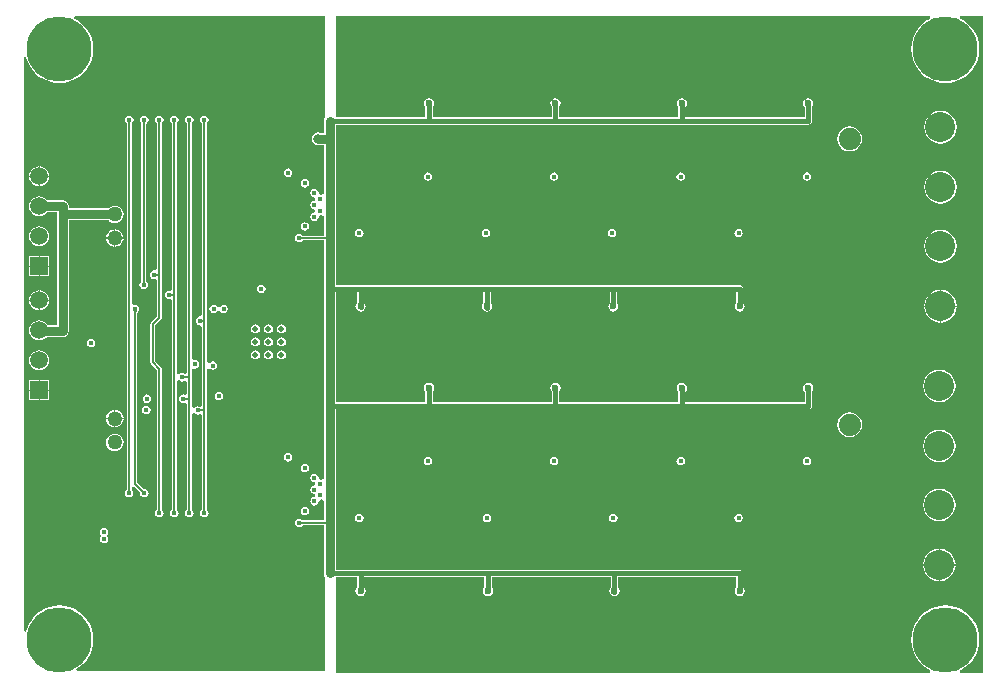
<source format=gbl>
G04*
G04 #@! TF.GenerationSoftware,Altium Limited,Altium Designer,20.0.9 (164)*
G04*
G04 Layer_Physical_Order=4*
G04 Layer_Color=16711680*
%FSLAX25Y25*%
%MOIN*%
G70*
G01*
G75*
%ADD10C,0.00787*%
%ADD63C,0.01575*%
%ADD64C,0.05000*%
%ADD65C,0.10000*%
%ADD66C,0.05906*%
%ADD67R,0.05906X0.05906*%
%ADD68C,0.07400*%
%ADD69C,0.01772*%
%ADD70C,0.21654*%
%ADD71C,0.03150*%
%ADD72C,0.02362*%
%ADD73C,0.01968*%
%ADD74C,0.02598*%
%ADD75C,0.03150*%
G36*
X438976Y453560D02*
X438691Y453133D01*
X438538Y452362D01*
Y448470D01*
X437127D01*
X436614Y448572D01*
X435805Y448411D01*
X435118Y447953D01*
X434660Y447266D01*
X434499Y446457D01*
X434660Y445647D01*
X435118Y444961D01*
X435805Y444502D01*
X436614Y444341D01*
X437127Y444443D01*
X438538D01*
Y428232D01*
X438340Y428050D01*
X437750Y427722D01*
X437402Y427791D01*
X436846Y428346D01*
X436738Y428887D01*
X436432Y429346D01*
X435974Y429652D01*
X435433Y429759D01*
X434892Y429652D01*
X434434Y429346D01*
X434128Y428887D01*
X434020Y428346D01*
X434128Y427806D01*
X434434Y427347D01*
X434892Y427041D01*
X435433Y426933D01*
X435595Y426772D01*
X435595Y425984D01*
X435433Y425822D01*
X434892Y425715D01*
X434434Y425409D01*
X434128Y424950D01*
X434020Y424409D01*
X434128Y423869D01*
X434434Y423410D01*
X434892Y423104D01*
X435433Y422997D01*
X435595Y422835D01*
X435595Y422047D01*
X435433Y421885D01*
X434892Y421778D01*
X434434Y421472D01*
X434128Y421013D01*
X434020Y420472D01*
X434128Y419932D01*
X434434Y419473D01*
X434892Y419167D01*
X435433Y419060D01*
X435974Y419167D01*
X436432Y419473D01*
X436738Y419932D01*
X436846Y420472D01*
X437402Y421028D01*
X437750Y421097D01*
X438340Y420768D01*
X438538Y420586D01*
Y414195D01*
X431441D01*
X431314Y414385D01*
X430856Y414691D01*
X430315Y414799D01*
X429774Y414691D01*
X429316Y414385D01*
X429010Y413927D01*
X428902Y413386D01*
X429010Y412845D01*
X429316Y412387D01*
X429774Y412080D01*
X430315Y411973D01*
X430856Y412080D01*
X431314Y412387D01*
X431441Y412577D01*
X438538D01*
Y396457D01*
Y357480D01*
Y333351D01*
X438340Y333169D01*
X437750Y332840D01*
X437402Y332909D01*
X436846Y333465D01*
X436738Y334005D01*
X436432Y334464D01*
X435974Y334770D01*
X435433Y334878D01*
X434892Y334770D01*
X434434Y334464D01*
X434128Y334005D01*
X434020Y333465D01*
X434128Y332924D01*
X434434Y332466D01*
X434892Y332159D01*
X435433Y332052D01*
X435595Y331890D01*
X435595Y331102D01*
X435433Y330941D01*
X434892Y330833D01*
X434434Y330527D01*
X434128Y330068D01*
X434020Y329528D01*
X434128Y328987D01*
X434434Y328528D01*
X434892Y328222D01*
X435433Y328115D01*
X435595Y327953D01*
X435595Y327165D01*
X435433Y327004D01*
X434892Y326896D01*
X434434Y326590D01*
X434128Y326131D01*
X434020Y325591D01*
X434128Y325050D01*
X434434Y324591D01*
X434892Y324285D01*
X435433Y324178D01*
X435974Y324285D01*
X436432Y324591D01*
X436738Y325050D01*
X436846Y325590D01*
X437402Y326146D01*
X437750Y326216D01*
X438340Y325887D01*
X438538Y325705D01*
Y319313D01*
X431441D01*
X431314Y319503D01*
X430856Y319809D01*
X430315Y319917D01*
X429774Y319809D01*
X429316Y319503D01*
X429010Y319045D01*
X428902Y318504D01*
X429010Y317963D01*
X429316Y317505D01*
X429774Y317198D01*
X430315Y317091D01*
X430856Y317198D01*
X431314Y317505D01*
X431441Y317695D01*
X438538D01*
Y301575D01*
X438691Y300804D01*
X438976Y300377D01*
Y268898D01*
X356232D01*
X356010Y269685D01*
X357072Y270336D01*
X358428Y271494D01*
X359586Y272849D01*
X360517Y274369D01*
X361199Y276017D01*
X361616Y277750D01*
X361755Y279528D01*
X361616Y281305D01*
X361199Y283038D01*
X360517Y284686D01*
X359586Y286206D01*
X358428Y287562D01*
X357072Y288719D01*
X355552Y289651D01*
X353905Y290333D01*
X352171Y290750D01*
X350394Y290889D01*
X348616Y290750D01*
X346883Y290333D01*
X345236Y289651D01*
X343715Y288719D01*
X342360Y287562D01*
X341202Y286206D01*
X340270Y284686D01*
X339588Y283038D01*
X339386Y282195D01*
X338598Y282288D01*
X338598Y473618D01*
X339385Y473711D01*
X339588Y472867D01*
X340270Y471220D01*
X341202Y469700D01*
X342360Y468344D01*
X343715Y467186D01*
X345236Y466255D01*
X346883Y465572D01*
X348616Y465156D01*
X350394Y465016D01*
X352171Y465156D01*
X353905Y465572D01*
X355552Y466255D01*
X357072Y467186D01*
X358428Y468344D01*
X359586Y469700D01*
X360517Y471220D01*
X361199Y472867D01*
X361616Y474601D01*
X361755Y476378D01*
X361616Y478155D01*
X361199Y479889D01*
X360517Y481536D01*
X359586Y483056D01*
X358428Y484412D01*
X357072Y485570D01*
X355552Y486501D01*
X355317Y486599D01*
X355473Y487386D01*
X438976D01*
Y453560D01*
D02*
G37*
G36*
X658252Y268519D02*
X650749D01*
X650592Y269307D01*
X650827Y269404D01*
X652348Y270336D01*
X653703Y271494D01*
X654861Y272849D01*
X655793Y274369D01*
X656475Y276017D01*
X656891Y277750D01*
X657031Y279528D01*
X656891Y281305D01*
X656475Y283038D01*
X655793Y284686D01*
X654861Y286206D01*
X653703Y287562D01*
X652348Y288719D01*
X650827Y289651D01*
X649180Y290333D01*
X647447Y290750D01*
X645669Y290889D01*
X643892Y290750D01*
X642158Y290333D01*
X640511Y289651D01*
X638991Y288719D01*
X637635Y287562D01*
X636477Y286206D01*
X635546Y284686D01*
X634864Y283038D01*
X634447Y281305D01*
X634307Y279528D01*
X634447Y277750D01*
X634864Y276017D01*
X635546Y274369D01*
X636477Y272849D01*
X637635Y271494D01*
X638991Y270336D01*
X640511Y269404D01*
X640746Y269307D01*
X640590Y268519D01*
X442520D01*
X442520Y300364D01*
X449577D01*
Y296882D01*
X449575Y296881D01*
X449204Y296325D01*
X449073Y295669D01*
X449204Y295013D01*
X449575Y294457D01*
X450132Y294086D01*
X450787Y293955D01*
X451443Y294086D01*
X451999Y294457D01*
X452371Y295013D01*
X452501Y295669D01*
X452371Y296325D01*
X451999Y296881D01*
X451998Y296882D01*
Y300364D01*
X492096D01*
Y296882D01*
X492095Y296881D01*
X491723Y296325D01*
X491593Y295669D01*
X491723Y295013D01*
X492095Y294457D01*
X492651Y294086D01*
X493307Y293955D01*
X493963Y294086D01*
X494519Y294457D01*
X494891Y295013D01*
X495021Y295669D01*
X494891Y296325D01*
X494519Y296881D01*
X494518Y296882D01*
Y300364D01*
X534222D01*
Y296882D01*
X534221Y296881D01*
X533849Y296325D01*
X533719Y295669D01*
X533849Y295013D01*
X534221Y294457D01*
X534777Y294086D01*
X535433Y293955D01*
X536089Y294086D01*
X536645Y294457D01*
X537017Y295013D01*
X537147Y295669D01*
X537017Y296325D01*
X536645Y296881D01*
X536644Y296882D01*
Y300364D01*
X575955Y300364D01*
Y296882D01*
X575953Y296881D01*
X575582Y296325D01*
X575451Y295669D01*
X575582Y295013D01*
X575953Y294457D01*
X576509Y294086D01*
X577165Y293955D01*
X577821Y294086D01*
X578377Y294457D01*
X578749Y295013D01*
X578879Y295669D01*
X578749Y296325D01*
X578377Y296881D01*
X578376Y296882D01*
Y301575D01*
X578284Y302038D01*
X578021Y302431D01*
X577629Y302693D01*
X577165Y302785D01*
X536614Y302785D01*
X535433D01*
X535433Y302785D01*
X535433Y302785D01*
X442565D01*
Y318110D01*
X442525Y318307D01*
X442565Y318504D01*
Y356270D01*
X600000D01*
X600463Y356362D01*
X600856Y356624D01*
X601119Y357017D01*
X601211Y357480D01*
Y362173D01*
X601212Y362174D01*
X601584Y362730D01*
X601714Y363386D01*
X601584Y364042D01*
X601212Y364598D01*
X600656Y364969D01*
X600000Y365100D01*
X599344Y364969D01*
X598788Y364598D01*
X598416Y364042D01*
X598286Y363386D01*
X598416Y362730D01*
X598788Y362174D01*
X598789Y362173D01*
Y358691D01*
X559085D01*
Y362173D01*
X559086Y362174D01*
X559458Y362730D01*
X559588Y363386D01*
X559458Y364042D01*
X559086Y364598D01*
X558530Y364969D01*
X557874Y365100D01*
X557218Y364969D01*
X556662Y364598D01*
X556290Y364042D01*
X556160Y363386D01*
X556290Y362730D01*
X556662Y362174D01*
X556663Y362173D01*
Y358691D01*
X516959D01*
Y362173D01*
X516960Y362174D01*
X517332Y362730D01*
X517462Y363386D01*
X517332Y364042D01*
X516960Y364598D01*
X516404Y364969D01*
X515748Y365100D01*
X515092Y364969D01*
X514536Y364598D01*
X514164Y364042D01*
X514034Y363386D01*
X514164Y362730D01*
X514536Y362174D01*
X514537Y362173D01*
Y358691D01*
X474833D01*
Y362173D01*
X474834Y362174D01*
X475206Y362730D01*
X475336Y363386D01*
X475206Y364042D01*
X474834Y364598D01*
X474278Y364969D01*
X473622Y365100D01*
X472966Y364969D01*
X472410Y364598D01*
X472039Y364042D01*
X471908Y363386D01*
X472039Y362730D01*
X472410Y362174D01*
X472411Y362173D01*
Y358691D01*
X442565D01*
Y395246D01*
X449577D01*
Y391764D01*
X449575Y391763D01*
X449204Y391207D01*
X449073Y390551D01*
X449204Y389895D01*
X449575Y389339D01*
X450132Y388968D01*
X450787Y388837D01*
X451443Y388968D01*
X451999Y389339D01*
X452371Y389895D01*
X452501Y390551D01*
X452371Y391207D01*
X451999Y391763D01*
X451998Y391764D01*
Y395246D01*
X491703D01*
Y391764D01*
X491701Y391763D01*
X491330Y391207D01*
X491199Y390551D01*
X491330Y389895D01*
X491701Y389339D01*
X492257Y388968D01*
X492913Y388837D01*
X493569Y388968D01*
X494125Y389339D01*
X494497Y389895D01*
X494627Y390551D01*
X494497Y391207D01*
X494125Y391763D01*
X494124Y391764D01*
Y395246D01*
X533829D01*
Y391764D01*
X533827Y391763D01*
X533456Y391207D01*
X533325Y390551D01*
X533456Y389895D01*
X533827Y389339D01*
X534383Y388968D01*
X535039Y388837D01*
X535695Y388968D01*
X536251Y389339D01*
X536623Y389895D01*
X536753Y390551D01*
X536623Y391207D01*
X536251Y391763D01*
X536250Y391764D01*
Y395246D01*
X536614D01*
X575955Y395246D01*
Y391764D01*
X575953Y391763D01*
X575582Y391207D01*
X575451Y390551D01*
X575582Y389895D01*
X575953Y389339D01*
X576509Y388968D01*
X577165Y388837D01*
X577821Y388968D01*
X578377Y389339D01*
X578749Y389895D01*
X578879Y390551D01*
X578749Y391207D01*
X578377Y391763D01*
X578376Y391764D01*
Y396457D01*
X578284Y396920D01*
X578021Y397313D01*
X577629Y397575D01*
X577165Y397667D01*
X536614Y397667D01*
X535039D01*
X535039Y397667D01*
X535039Y397667D01*
X442565D01*
Y413386D01*
Y446457D01*
Y451152D01*
X600000D01*
X600463Y451244D01*
X600856Y451506D01*
X601119Y451899D01*
X601211Y452362D01*
Y457055D01*
X601212Y457056D01*
X601584Y457612D01*
X601714Y458268D01*
X601584Y458924D01*
X601212Y459480D01*
X600656Y459851D01*
X600000Y459982D01*
X599344Y459851D01*
X598788Y459480D01*
X598416Y458924D01*
X598286Y458268D01*
X598416Y457612D01*
X598788Y457056D01*
X598789Y457055D01*
Y453573D01*
X559085D01*
Y457055D01*
X559086Y457056D01*
X559458Y457612D01*
X559588Y458268D01*
X559458Y458924D01*
X559086Y459480D01*
X558530Y459851D01*
X557874Y459982D01*
X557218Y459851D01*
X556662Y459480D01*
X556290Y458924D01*
X556160Y458268D01*
X556290Y457612D01*
X556662Y457056D01*
X556663Y457055D01*
Y453573D01*
X516959D01*
Y457055D01*
X516960Y457056D01*
X517332Y457612D01*
X517462Y458268D01*
X517332Y458924D01*
X516960Y459480D01*
X516404Y459851D01*
X515748Y459982D01*
X515092Y459851D01*
X514536Y459480D01*
X514164Y458924D01*
X514034Y458268D01*
X514164Y457612D01*
X514536Y457056D01*
X514537Y457055D01*
Y453573D01*
X474833D01*
Y457055D01*
X474834Y457056D01*
X475206Y457612D01*
X475336Y458268D01*
X475206Y458924D01*
X474834Y459480D01*
X474278Y459851D01*
X473622Y459982D01*
X472966Y459851D01*
X472410Y459480D01*
X472039Y458924D01*
X471908Y458268D01*
X472039Y457612D01*
X472410Y457056D01*
X472411Y457055D01*
Y453573D01*
X442520D01*
X442520Y487386D01*
X640590D01*
X640746Y486599D01*
X640511Y486501D01*
X638991Y485570D01*
X637635Y484412D01*
X636477Y483056D01*
X635546Y481536D01*
X634864Y479889D01*
X634447Y478155D01*
X634307Y476378D01*
X634447Y474601D01*
X634864Y472867D01*
X635546Y471220D01*
X636477Y469700D01*
X637635Y468344D01*
X638991Y467186D01*
X640511Y466255D01*
X642158Y465572D01*
X643892Y465156D01*
X645669Y465016D01*
X647447Y465156D01*
X649180Y465572D01*
X650827Y466255D01*
X652348Y467186D01*
X653703Y468344D01*
X654861Y469700D01*
X655793Y471220D01*
X656475Y472867D01*
X656891Y474601D01*
X657031Y476378D01*
X656891Y478155D01*
X656475Y479889D01*
X655793Y481536D01*
X654861Y483056D01*
X653703Y484412D01*
X652348Y485570D01*
X650827Y486501D01*
X650592Y486599D01*
X650749Y487386D01*
X658252D01*
Y268519D01*
D02*
G37*
%LPC*%
G36*
X343901Y437292D02*
Y434137D01*
X347056D01*
X346967Y434812D01*
X346629Y435628D01*
X346092Y436328D01*
X345392Y436866D01*
X344576Y437204D01*
X343901Y437292D01*
D02*
G37*
G36*
X343501D02*
X342826Y437204D01*
X342010Y436866D01*
X341310Y436328D01*
X340772Y435628D01*
X340434Y434812D01*
X340345Y434137D01*
X343501D01*
Y437292D01*
D02*
G37*
G36*
X426673Y436551D02*
X426132Y436443D01*
X425674Y436137D01*
X425368Y435678D01*
X425260Y435138D01*
X425368Y434597D01*
X425674Y434139D01*
X426132Y433832D01*
X426673Y433725D01*
X427214Y433832D01*
X427672Y434139D01*
X427979Y434597D01*
X428086Y435138D01*
X427979Y435678D01*
X427672Y436137D01*
X427214Y436443D01*
X426673Y436551D01*
D02*
G37*
G36*
X347056Y433737D02*
X343901D01*
Y430582D01*
X344576Y430671D01*
X345392Y431008D01*
X346092Y431546D01*
X346629Y432246D01*
X346967Y433062D01*
X347056Y433737D01*
D02*
G37*
G36*
X343501D02*
X340345D01*
X340434Y433062D01*
X340772Y432246D01*
X341310Y431546D01*
X342010Y431008D01*
X342826Y430671D01*
X343501Y430582D01*
Y433737D01*
D02*
G37*
G36*
X432185Y433007D02*
X431644Y432900D01*
X431186Y432594D01*
X430880Y432135D01*
X430772Y431595D01*
X430880Y431054D01*
X431186Y430595D01*
X431644Y430289D01*
X432185Y430182D01*
X432726Y430289D01*
X433184Y430595D01*
X433490Y431054D01*
X433598Y431595D01*
X433490Y432135D01*
X433184Y432594D01*
X432726Y432900D01*
X432185Y433007D01*
D02*
G37*
G36*
X343701Y427319D02*
X342826Y427204D01*
X342010Y426866D01*
X341310Y426328D01*
X340772Y425628D01*
X340434Y424812D01*
X340319Y423937D01*
X340434Y423062D01*
X340772Y422246D01*
X341310Y421546D01*
X342010Y421008D01*
X342826Y420671D01*
X343701Y420555D01*
X344576Y420671D01*
X345392Y421008D01*
X346092Y421546D01*
X346382Y421923D01*
X349561D01*
Y421260D01*
Y384297D01*
X346623D01*
X346092Y384990D01*
X345392Y385527D01*
X344576Y385865D01*
X343701Y385980D01*
X342826Y385865D01*
X342010Y385527D01*
X341310Y384990D01*
X340772Y384289D01*
X340434Y383474D01*
X340319Y382598D01*
X340434Y381723D01*
X340772Y380908D01*
X341310Y380207D01*
X342010Y379670D01*
X342826Y379332D01*
X343701Y379217D01*
X344576Y379332D01*
X345392Y379670D01*
X346092Y380207D01*
X346140Y380270D01*
X351575D01*
X352345Y380423D01*
X352998Y380860D01*
X353435Y381513D01*
X353588Y382283D01*
Y419246D01*
X366787D01*
X366829Y419192D01*
X367435Y418727D01*
X368141Y418434D01*
X368898Y418335D01*
X369655Y418434D01*
X370360Y418727D01*
X370966Y419192D01*
X371431Y419797D01*
X371723Y420503D01*
X371823Y421260D01*
X371723Y422017D01*
X371431Y422722D01*
X370966Y423328D01*
X370360Y423793D01*
X369655Y424085D01*
X368898Y424185D01*
X368141Y424085D01*
X367435Y423793D01*
X366829Y423328D01*
X366787Y423273D01*
X353588D01*
Y423937D01*
X353435Y424708D01*
X352998Y425361D01*
X352345Y425797D01*
X351575Y425950D01*
X346382D01*
X346092Y426328D01*
X345392Y426866D01*
X344576Y427204D01*
X343701Y427319D01*
D02*
G37*
G36*
X432185Y418637D02*
X431644Y418530D01*
X431186Y418223D01*
X430880Y417765D01*
X430772Y417224D01*
X430880Y416684D01*
X431186Y416225D01*
X431644Y415919D01*
X432185Y415811D01*
X432726Y415919D01*
X433184Y416225D01*
X433490Y416684D01*
X433598Y417224D01*
X433490Y417765D01*
X433184Y418223D01*
X432726Y418530D01*
X432185Y418637D01*
D02*
G37*
G36*
X369098Y416285D02*
Y413586D01*
X371796D01*
X371723Y414143D01*
X371431Y414848D01*
X370966Y415454D01*
X370360Y415919D01*
X369655Y416211D01*
X369098Y416285D01*
D02*
G37*
G36*
X368698D02*
X368141Y416211D01*
X367435Y415919D01*
X366829Y415454D01*
X366365Y414848D01*
X366072Y414143D01*
X365999Y413586D01*
X368698D01*
Y416285D01*
D02*
G37*
G36*
X343701Y417319D02*
X342826Y417204D01*
X342010Y416866D01*
X341310Y416328D01*
X340772Y415628D01*
X340434Y414812D01*
X340319Y413937D01*
X340434Y413062D01*
X340772Y412246D01*
X341310Y411546D01*
X342010Y411008D01*
X342826Y410671D01*
X343701Y410555D01*
X344576Y410671D01*
X345392Y411008D01*
X346092Y411546D01*
X346629Y412246D01*
X346967Y413062D01*
X347082Y413937D01*
X346967Y414812D01*
X346629Y415628D01*
X346092Y416328D01*
X345392Y416866D01*
X344576Y417204D01*
X343701Y417319D01*
D02*
G37*
G36*
X371796Y413186D02*
X369098D01*
Y410487D01*
X369655Y410561D01*
X370360Y410853D01*
X370966Y411317D01*
X371431Y411923D01*
X371723Y412629D01*
X371796Y413186D01*
D02*
G37*
G36*
X368698D02*
X365999D01*
X366072Y412629D01*
X366365Y411923D01*
X366829Y411317D01*
X367435Y410853D01*
X368141Y410561D01*
X368698Y410487D01*
Y413186D01*
D02*
G37*
G36*
X347054Y407290D02*
X343901D01*
Y404137D01*
X347054D01*
Y407290D01*
D02*
G37*
G36*
X343501D02*
X340348D01*
Y404137D01*
X343501D01*
Y407290D01*
D02*
G37*
G36*
X383720Y454208D02*
X383180Y454101D01*
X382721Y453794D01*
X382415Y453336D01*
X382308Y452795D01*
X382415Y452255D01*
X382721Y451796D01*
X382911Y451669D01*
Y403112D01*
X382805Y402974D01*
X382124Y402548D01*
X381890Y402594D01*
X381349Y402487D01*
X380891Y402180D01*
X380584Y401722D01*
X380477Y401181D01*
X380584Y400640D01*
X380891Y400182D01*
X381349Y399876D01*
X381890Y399768D01*
X382124Y399815D01*
X382805Y399389D01*
X382911Y399250D01*
Y387205D01*
X380995Y385289D01*
X380819Y385026D01*
X380758Y384717D01*
X380758Y384717D01*
Y371976D01*
X380758Y371976D01*
X380819Y371667D01*
X380995Y371404D01*
X382911Y369488D01*
Y322779D01*
X382721Y322653D01*
X382415Y322194D01*
X382308Y321654D01*
X382415Y321113D01*
X382721Y320654D01*
X383180Y320348D01*
X383720Y320241D01*
X384261Y320348D01*
X384720Y320654D01*
X385026Y321113D01*
X385133Y321654D01*
X385026Y322194D01*
X384720Y322653D01*
X384530Y322779D01*
Y369823D01*
X384468Y370132D01*
X384293Y370395D01*
X384293Y370395D01*
X382376Y372312D01*
Y384381D01*
X384293Y386298D01*
X384293Y386298D01*
X384468Y386560D01*
X384530Y386870D01*
Y401181D01*
Y451669D01*
X384720Y451796D01*
X385026Y452255D01*
X385133Y452795D01*
X385026Y453336D01*
X384720Y453794D01*
X384261Y454101D01*
X383720Y454208D01*
D02*
G37*
G36*
X347054Y403737D02*
X343901D01*
Y400584D01*
X347054D01*
Y403737D01*
D02*
G37*
G36*
X343501D02*
X340348D01*
Y400584D01*
X343501D01*
Y403737D01*
D02*
G37*
G36*
X378720Y454208D02*
X378180Y454101D01*
X377721Y453794D01*
X377415Y453336D01*
X377308Y452795D01*
X377415Y452255D01*
X377721Y451796D01*
X377724Y451794D01*
Y398943D01*
X377511Y398801D01*
X377205Y398342D01*
X377097Y397801D01*
X377205Y397261D01*
X377511Y396802D01*
X377969Y396496D01*
X378510Y396389D01*
X379051Y396496D01*
X379509Y396802D01*
X379816Y397261D01*
X379923Y397801D01*
X379816Y398342D01*
X379509Y398801D01*
X379343Y398912D01*
Y451544D01*
X379720Y451796D01*
X380026Y452255D01*
X380133Y452795D01*
X380026Y453336D01*
X379720Y453794D01*
X379261Y454101D01*
X378720Y454208D01*
D02*
G37*
G36*
X417717Y397870D02*
X417176Y397762D01*
X416717Y397456D01*
X416411Y396997D01*
X416304Y396457D01*
X416411Y395916D01*
X416717Y395458D01*
X417176Y395151D01*
X417717Y395044D01*
X418257Y395151D01*
X418716Y395458D01*
X419022Y395916D01*
X419130Y396457D01*
X419022Y396997D01*
X418716Y397456D01*
X418257Y397762D01*
X417717Y397870D01*
D02*
G37*
G36*
X343901Y395954D02*
Y392798D01*
X347056D01*
X346967Y393474D01*
X346629Y394289D01*
X346092Y394990D01*
X345392Y395527D01*
X344576Y395865D01*
X343901Y395954D01*
D02*
G37*
G36*
X343501D02*
X342826Y395865D01*
X342010Y395527D01*
X341310Y394990D01*
X340772Y394289D01*
X340434Y393474D01*
X340345Y392798D01*
X343501D01*
Y395954D01*
D02*
G37*
G36*
X405118Y391177D02*
X404577Y391069D01*
X404119Y390763D01*
X403867Y390386D01*
X403460Y390339D01*
X403025Y390381D01*
X402776Y390753D01*
X402318Y391060D01*
X401777Y391167D01*
X401236Y391060D01*
X400778Y390753D01*
X400472Y390295D01*
X400364Y389754D01*
X400472Y389213D01*
X400778Y388755D01*
X401236Y388449D01*
X401777Y388341D01*
X402318Y388449D01*
X402776Y388755D01*
X403028Y389132D01*
X403435Y389179D01*
X403870Y389137D01*
X404119Y388765D01*
X404577Y388458D01*
X405118Y388351D01*
X405659Y388458D01*
X406117Y388765D01*
X406424Y389223D01*
X406531Y389764D01*
X406424Y390304D01*
X406117Y390763D01*
X405659Y391069D01*
X405118Y391177D01*
D02*
G37*
G36*
X347056Y392398D02*
X343901D01*
Y389243D01*
X344576Y389332D01*
X345392Y389670D01*
X346092Y390207D01*
X346629Y390908D01*
X346967Y391723D01*
X347056Y392398D01*
D02*
G37*
G36*
X343501D02*
X340345D01*
X340434Y391723D01*
X340772Y390908D01*
X341310Y390207D01*
X342010Y389670D01*
X342826Y389332D01*
X343501Y389243D01*
Y392398D01*
D02*
G37*
G36*
X424409Y384584D02*
X423830Y384469D01*
X423339Y384141D01*
X423011Y383650D01*
X422896Y383071D01*
X423011Y382492D01*
X423339Y382001D01*
X423830Y381673D01*
X424409Y381557D01*
X424989Y381673D01*
X425480Y382001D01*
X425808Y382492D01*
X425923Y383071D01*
X425808Y383650D01*
X425480Y384141D01*
X424989Y384469D01*
X424409Y384584D01*
D02*
G37*
G36*
X415748D02*
X415169Y384469D01*
X414678Y384141D01*
X414350Y383650D01*
X414235Y383071D01*
X414350Y382492D01*
X414678Y382001D01*
X415169Y381673D01*
X415748Y381557D01*
X416327Y381673D01*
X416818Y382001D01*
X417146Y382492D01*
X417261Y383071D01*
X417146Y383650D01*
X416818Y384141D01*
X416327Y384469D01*
X415748Y384584D01*
D02*
G37*
G36*
X420079Y384584D02*
X419500Y384469D01*
X419009Y384141D01*
X418681Y383650D01*
X418565Y383071D01*
X418681Y382492D01*
X419009Y382001D01*
X419500Y381673D01*
X420079Y381557D01*
X420658Y381673D01*
X421149Y382001D01*
X421477Y382492D01*
X421592Y383071D01*
X421477Y383650D01*
X421149Y384141D01*
X420658Y384469D01*
X420079Y384584D01*
D02*
G37*
G36*
X415748Y380254D02*
X415169Y380138D01*
X414678Y379810D01*
X414350Y379319D01*
X414235Y378740D01*
X414350Y378161D01*
X414678Y377670D01*
X415169Y377342D01*
X415748Y377227D01*
X416327Y377342D01*
X416818Y377670D01*
X417146Y378161D01*
X417261Y378740D01*
X417146Y379319D01*
X416818Y379810D01*
X416327Y380138D01*
X415748Y380254D01*
D02*
G37*
G36*
X424409Y380254D02*
X423830Y380138D01*
X423339Y379810D01*
X423011Y379319D01*
X422896Y378740D01*
X423011Y378161D01*
X423339Y377670D01*
X423830Y377342D01*
X424409Y377227D01*
X424989Y377342D01*
X425480Y377670D01*
X425808Y378161D01*
X425923Y378740D01*
X425808Y379319D01*
X425480Y379810D01*
X424989Y380138D01*
X424409Y380254D01*
D02*
G37*
G36*
X420079D02*
X419500Y380138D01*
X419009Y379810D01*
X418681Y379319D01*
X418565Y378740D01*
X418681Y378161D01*
X419009Y377670D01*
X419500Y377342D01*
X420079Y377227D01*
X420658Y377342D01*
X421149Y377670D01*
X421477Y378161D01*
X421592Y378740D01*
X421477Y379319D01*
X421149Y379810D01*
X420658Y380138D01*
X420079Y380254D01*
D02*
G37*
G36*
X361024Y379759D02*
X360483Y379652D01*
X360024Y379346D01*
X359718Y378887D01*
X359611Y378346D01*
X359718Y377806D01*
X360024Y377347D01*
X360483Y377041D01*
X361024Y376934D01*
X361564Y377041D01*
X362023Y377347D01*
X362329Y377806D01*
X362437Y378346D01*
X362329Y378887D01*
X362023Y379346D01*
X361564Y379652D01*
X361024Y379759D01*
D02*
G37*
G36*
X420079Y375923D02*
X419500Y375808D01*
X419009Y375480D01*
X418681Y374989D01*
X418565Y374410D01*
X418681Y373830D01*
X419009Y373339D01*
X419500Y373011D01*
X420079Y372896D01*
X420658Y373011D01*
X421149Y373339D01*
X421477Y373830D01*
X421592Y374410D01*
X421477Y374989D01*
X421149Y375480D01*
X420658Y375808D01*
X420079Y375923D01*
D02*
G37*
G36*
X424409Y375923D02*
X423830Y375808D01*
X423339Y375480D01*
X423011Y374989D01*
X422896Y374410D01*
X423011Y373830D01*
X423339Y373339D01*
X423830Y373011D01*
X424409Y372896D01*
X424989Y373011D01*
X425480Y373339D01*
X425808Y373830D01*
X425923Y374410D01*
X425808Y374989D01*
X425480Y375480D01*
X424989Y375808D01*
X424409Y375923D01*
D02*
G37*
G36*
X415748D02*
X415169Y375808D01*
X414678Y375480D01*
X414350Y374989D01*
X414235Y374410D01*
X414350Y373830D01*
X414678Y373339D01*
X415169Y373011D01*
X415748Y372896D01*
X416327Y373011D01*
X416818Y373339D01*
X417146Y373830D01*
X417261Y374410D01*
X417146Y374989D01*
X416818Y375480D01*
X416327Y375808D01*
X415748Y375923D01*
D02*
G37*
G36*
X398721Y454208D02*
X398180Y454101D01*
X397721Y453794D01*
X397415Y453336D01*
X397307Y452795D01*
X397415Y452255D01*
X397721Y451796D01*
X397911Y451669D01*
Y387910D01*
X397244Y387240D01*
X396703Y387132D01*
X396245Y386826D01*
X395939Y386368D01*
X395831Y385827D01*
X395939Y385286D01*
X396245Y384828D01*
X396703Y384521D01*
X397244Y384414D01*
X397911Y383744D01*
Y357533D01*
X397124Y357126D01*
X396997Y357211D01*
X396457Y357318D01*
X395916Y357211D01*
X395458Y356905D01*
X395317Y356694D01*
X394530Y356933D01*
Y359842D01*
Y366929D01*
Y369408D01*
X394731Y369591D01*
X395317Y369917D01*
X395669Y369847D01*
X396210Y369954D01*
X396668Y370261D01*
X396975Y370719D01*
X397082Y371260D01*
X396975Y371801D01*
X396668Y372259D01*
X396210Y372565D01*
X395669Y372673D01*
X395317Y372603D01*
X394731Y372928D01*
X394530Y373112D01*
Y451669D01*
X394720Y451796D01*
X395026Y452255D01*
X395133Y452795D01*
X395026Y453336D01*
X394720Y453794D01*
X394261Y454101D01*
X393721Y454208D01*
X393180Y454101D01*
X392721Y453794D01*
X392415Y453336D01*
X392307Y452795D01*
X392415Y452255D01*
X392721Y451796D01*
X392911Y451669D01*
Y368420D01*
X392824Y368345D01*
X392124Y368071D01*
X391879Y368234D01*
X391339Y368342D01*
X390798Y368234D01*
X390339Y367928D01*
X390317Y367895D01*
X389530Y368134D01*
Y394488D01*
Y451669D01*
X389720Y451796D01*
X390026Y452255D01*
X390133Y452795D01*
X390026Y453336D01*
X389720Y453794D01*
X389261Y454101D01*
X388720Y454208D01*
X388180Y454101D01*
X387721Y453794D01*
X387415Y453336D01*
X387308Y452795D01*
X387415Y452255D01*
X387721Y451796D01*
X387911Y451669D01*
Y396426D01*
X387124Y395878D01*
X387008Y395901D01*
X386467Y395794D01*
X386009Y395487D01*
X385702Y395029D01*
X385595Y394488D01*
X385702Y393948D01*
X386009Y393489D01*
X386467Y393183D01*
X387008Y393075D01*
X387124Y393098D01*
X387911Y392550D01*
Y322779D01*
X387721Y322653D01*
X387415Y322194D01*
X387308Y321654D01*
X387415Y321113D01*
X387721Y320654D01*
X388180Y320348D01*
X388720Y320241D01*
X389261Y320348D01*
X389720Y320654D01*
X390026Y321113D01*
X390133Y321654D01*
X390026Y322194D01*
X389720Y322653D01*
X389530Y322779D01*
Y365725D01*
X390317Y365963D01*
X390339Y365930D01*
X390798Y365624D01*
X391339Y365516D01*
X391879Y365624D01*
X392124Y365787D01*
X392824Y365513D01*
X392911Y365438D01*
Y361668D01*
X392657Y361461D01*
X392124Y361178D01*
X391732Y361256D01*
X391192Y361148D01*
X390733Y360842D01*
X390427Y360383D01*
X390319Y359842D01*
X390427Y359302D01*
X390733Y358843D01*
X391192Y358537D01*
X391732Y358430D01*
X392124Y358507D01*
X392657Y358224D01*
X392911Y358017D01*
Y322779D01*
X392721Y322653D01*
X392415Y322194D01*
X392307Y321654D01*
X392415Y321113D01*
X392721Y320654D01*
X393180Y320348D01*
X393721Y320241D01*
X394261Y320348D01*
X394720Y320654D01*
X395026Y321113D01*
X395133Y321654D01*
X395026Y322194D01*
X394720Y322653D01*
X394530Y322779D01*
Y354878D01*
X395317Y355117D01*
X395458Y354906D01*
X395916Y354600D01*
X396457Y354492D01*
X396997Y354600D01*
X397124Y354685D01*
X397911Y354279D01*
Y322779D01*
X397721Y322653D01*
X397415Y322194D01*
X397307Y321654D01*
X397415Y321113D01*
X397721Y320654D01*
X398180Y320348D01*
X398721Y320241D01*
X399261Y320348D01*
X399720Y320654D01*
X400026Y321113D01*
X400133Y321654D01*
X400026Y322194D01*
X399720Y322653D01*
X399530Y322779D01*
Y355906D01*
Y369735D01*
X399660Y369828D01*
X400576Y369867D01*
X401034Y369561D01*
X401575Y369453D01*
X402115Y369561D01*
X402574Y369867D01*
X402880Y370325D01*
X402988Y370866D01*
X402880Y371407D01*
X402574Y371865D01*
X402115Y372171D01*
X401575Y372279D01*
X401034Y372171D01*
X400576Y371865D01*
X399660Y371904D01*
X399530Y371998D01*
Y385827D01*
Y451669D01*
X399720Y451796D01*
X400026Y452255D01*
X400133Y452795D01*
X400026Y453336D01*
X399720Y453794D01*
X399261Y454101D01*
X398721Y454208D01*
D02*
G37*
G36*
X343701Y375980D02*
X342826Y375865D01*
X342010Y375527D01*
X341310Y374990D01*
X340772Y374289D01*
X340434Y373474D01*
X340319Y372598D01*
X340434Y371723D01*
X340772Y370908D01*
X341310Y370207D01*
X342010Y369670D01*
X342826Y369332D01*
X343701Y369217D01*
X344576Y369332D01*
X345392Y369670D01*
X346092Y370207D01*
X346629Y370908D01*
X346967Y371723D01*
X347082Y372598D01*
X346967Y373474D01*
X346629Y374289D01*
X346092Y374990D01*
X345392Y375527D01*
X344576Y375865D01*
X343701Y375980D01*
D02*
G37*
G36*
X347054Y365951D02*
X343901D01*
Y362798D01*
X347054D01*
Y365951D01*
D02*
G37*
G36*
X343501D02*
X340348D01*
Y362798D01*
X343501D01*
Y365951D01*
D02*
G37*
G36*
X347054Y362398D02*
X343901D01*
Y359246D01*
X347054D01*
Y362398D01*
D02*
G37*
G36*
X343501D02*
X340348D01*
Y359246D01*
X343501D01*
Y362398D01*
D02*
G37*
G36*
X403543Y362043D02*
X403003Y361935D01*
X402544Y361629D01*
X402238Y361171D01*
X402130Y360630D01*
X402238Y360089D01*
X402544Y359631D01*
X403003Y359325D01*
X403543Y359217D01*
X404084Y359325D01*
X404542Y359631D01*
X404849Y360089D01*
X404956Y360630D01*
X404849Y361171D01*
X404542Y361629D01*
X404084Y361935D01*
X403543Y362043D01*
D02*
G37*
G36*
X379528Y361256D02*
X378987Y361148D01*
X378528Y360842D01*
X378222Y360383D01*
X378115Y359842D01*
X378222Y359302D01*
X378528Y358843D01*
X378987Y358537D01*
X379528Y358430D01*
X380068Y358537D01*
X380527Y358843D01*
X380833Y359302D01*
X380941Y359842D01*
X380833Y360383D01*
X380527Y360842D01*
X380068Y361148D01*
X379528Y361256D01*
D02*
G37*
G36*
X379382Y357474D02*
X378841Y357366D01*
X378383Y357060D01*
X378077Y356602D01*
X377969Y356061D01*
X378077Y355520D01*
X378383Y355062D01*
X378841Y354755D01*
X379382Y354648D01*
X379923Y354755D01*
X380381Y355062D01*
X380687Y355520D01*
X380795Y356061D01*
X380687Y356602D01*
X380381Y357060D01*
X379923Y357366D01*
X379382Y357474D01*
D02*
G37*
G36*
X369098Y356048D02*
Y353350D01*
X371796D01*
X371723Y353907D01*
X371431Y354612D01*
X370966Y355218D01*
X370360Y355683D01*
X369655Y355975D01*
X369098Y356048D01*
D02*
G37*
G36*
X368698D02*
X368141Y355975D01*
X367435Y355683D01*
X366829Y355218D01*
X366365Y354612D01*
X366072Y353907D01*
X365999Y353350D01*
X368698D01*
Y356048D01*
D02*
G37*
G36*
X371796Y352950D02*
X369098D01*
Y350251D01*
X369655Y350324D01*
X370360Y350617D01*
X370966Y351081D01*
X371431Y351687D01*
X371723Y352393D01*
X371796Y352950D01*
D02*
G37*
G36*
X368698D02*
X365999D01*
X366072Y352393D01*
X366365Y351687D01*
X366829Y351081D01*
X367435Y350617D01*
X368141Y350324D01*
X368698Y350251D01*
Y352950D01*
D02*
G37*
G36*
X368898Y348201D02*
X368141Y348101D01*
X367435Y347809D01*
X366829Y347344D01*
X366365Y346738D01*
X366072Y346033D01*
X365973Y345276D01*
X366072Y344518D01*
X366365Y343813D01*
X366829Y343207D01*
X367435Y342742D01*
X368141Y342450D01*
X368898Y342351D01*
X369655Y342450D01*
X370360Y342742D01*
X370966Y343207D01*
X371431Y343813D01*
X371723Y344518D01*
X371823Y345276D01*
X371723Y346033D01*
X371431Y346738D01*
X370966Y347344D01*
X370360Y347809D01*
X369655Y348101D01*
X368898Y348201D01*
D02*
G37*
G36*
X426673Y341669D02*
X426132Y341561D01*
X425674Y341255D01*
X425368Y340797D01*
X425260Y340256D01*
X425368Y339715D01*
X425674Y339257D01*
X426132Y338950D01*
X426673Y338843D01*
X427214Y338950D01*
X427672Y339257D01*
X427979Y339715D01*
X428086Y340256D01*
X427979Y340797D01*
X427672Y341255D01*
X427214Y341561D01*
X426673Y341669D01*
D02*
G37*
G36*
X432185Y338126D02*
X431644Y338018D01*
X431186Y337712D01*
X430880Y337253D01*
X430772Y336713D01*
X430880Y336172D01*
X431186Y335714D01*
X431644Y335407D01*
X432185Y335300D01*
X432726Y335407D01*
X433184Y335714D01*
X433490Y336172D01*
X433598Y336713D01*
X433490Y337253D01*
X433184Y337712D01*
X432726Y338018D01*
X432185Y338126D01*
D02*
G37*
G36*
X373721Y454208D02*
X373180Y454101D01*
X372721Y453794D01*
X372415Y453336D01*
X372307Y452795D01*
X372415Y452255D01*
X372721Y451796D01*
X372862Y451702D01*
Y329486D01*
X372623Y329326D01*
X372317Y328868D01*
X372209Y328327D01*
X372317Y327786D01*
X372623Y327328D01*
X373081Y327021D01*
X373622Y326914D01*
X374163Y327021D01*
X374621Y327328D01*
X374927Y327786D01*
X375035Y328327D01*
X374927Y328868D01*
X374621Y329326D01*
X374481Y329420D01*
Y330328D01*
X375268Y330655D01*
X377372Y328551D01*
X377327Y328327D01*
X377435Y327786D01*
X377741Y327328D01*
X378199Y327021D01*
X378740Y326914D01*
X379281Y327021D01*
X379739Y327328D01*
X380046Y327786D01*
X380153Y328327D01*
X380046Y328868D01*
X379739Y329326D01*
X379281Y329632D01*
X378740Y329740D01*
X378516Y329695D01*
X376400Y331812D01*
Y388516D01*
X376526Y388706D01*
X376530Y388725D01*
X376590Y388765D01*
X376896Y389223D01*
X377004Y389764D01*
X376896Y390304D01*
X376590Y390763D01*
X376131Y391069D01*
X375590Y391177D01*
X375268Y391113D01*
X374651Y391466D01*
X374481Y391636D01*
Y451636D01*
X374720Y451796D01*
X375026Y452255D01*
X375133Y452795D01*
X375026Y453336D01*
X374720Y453794D01*
X374261Y454101D01*
X373721Y454208D01*
D02*
G37*
G36*
X432185Y323756D02*
X431644Y323648D01*
X431186Y323342D01*
X430880Y322883D01*
X430772Y322342D01*
X430880Y321802D01*
X431186Y321343D01*
X431644Y321037D01*
X432185Y320930D01*
X432726Y321037D01*
X433184Y321343D01*
X433490Y321802D01*
X433598Y322342D01*
X433490Y322883D01*
X433184Y323342D01*
X432726Y323648D01*
X432185Y323756D01*
D02*
G37*
G36*
X365354Y316767D02*
X364814Y316660D01*
X364355Y316354D01*
X364049Y315895D01*
X363941Y315354D01*
X364049Y314814D01*
X364355Y314355D01*
Y313991D01*
X364049Y313533D01*
X363941Y312992D01*
X364049Y312451D01*
X364355Y311993D01*
X364814Y311687D01*
X365354Y311579D01*
X365895Y311687D01*
X366354Y311993D01*
X366660Y312451D01*
X366767Y312992D01*
X366660Y313533D01*
X366354Y313991D01*
Y314355D01*
X366660Y314814D01*
X366767Y315354D01*
X366660Y315895D01*
X366354Y316354D01*
X365895Y316660D01*
X365354Y316767D01*
D02*
G37*
G36*
X644095Y455762D02*
X642685Y455576D01*
X641371Y455032D01*
X640243Y454166D01*
X639378Y453038D01*
X638834Y451725D01*
X638648Y450315D01*
X638834Y448905D01*
X639378Y447592D01*
X640243Y446464D01*
X641371Y445598D01*
X642685Y445054D01*
X644095Y444868D01*
X645504Y445054D01*
X646818Y445598D01*
X647946Y446464D01*
X648811Y447592D01*
X649356Y448905D01*
X649541Y450315D01*
X649356Y451725D01*
X648811Y453038D01*
X647946Y454166D01*
X646818Y455032D01*
X645504Y455576D01*
X644095Y455762D01*
D02*
G37*
G36*
X613779Y450592D02*
X612709Y450451D01*
X611712Y450038D01*
X610855Y449381D01*
X610198Y448524D01*
X609785Y447527D01*
X609644Y446457D01*
X609785Y445386D01*
X610198Y444389D01*
X610855Y443533D01*
X611712Y442875D01*
X612709Y442462D01*
X613779Y442321D01*
X614850Y442462D01*
X615847Y442875D01*
X616704Y443533D01*
X617361Y444389D01*
X617774Y445386D01*
X617915Y446457D01*
X617774Y447527D01*
X617361Y448524D01*
X616704Y449381D01*
X615847Y450038D01*
X614850Y450451D01*
X613779Y450592D01*
D02*
G37*
G36*
X473228Y435271D02*
X472688Y435164D01*
X472229Y434857D01*
X471923Y434399D01*
X471815Y433858D01*
X471923Y433318D01*
X472229Y432859D01*
X472688Y432553D01*
X473228Y432445D01*
X473769Y432553D01*
X474228Y432859D01*
X474534Y433318D01*
X474641Y433858D01*
X474534Y434399D01*
X474228Y434857D01*
X473769Y435164D01*
X473228Y435271D01*
D02*
G37*
G36*
X557480Y435271D02*
X556940Y435164D01*
X556481Y434857D01*
X556175Y434399D01*
X556067Y433858D01*
X556175Y433318D01*
X556481Y432859D01*
X556940Y432553D01*
X557480Y432445D01*
X558021Y432553D01*
X558479Y432859D01*
X558786Y433318D01*
X558893Y433858D01*
X558786Y434399D01*
X558479Y434857D01*
X558021Y435164D01*
X557480Y435271D01*
D02*
G37*
G36*
X599606Y435271D02*
X599066Y435164D01*
X598607Y434857D01*
X598301Y434399D01*
X598193Y433858D01*
X598301Y433318D01*
X598607Y432859D01*
X599066Y432553D01*
X599606Y432445D01*
X600147Y432553D01*
X600605Y432859D01*
X600912Y433318D01*
X601019Y433858D01*
X600912Y434399D01*
X600605Y434857D01*
X600147Y435164D01*
X599606Y435271D01*
D02*
G37*
G36*
X515354Y435271D02*
X514814Y435164D01*
X514355Y434857D01*
X514049Y434399D01*
X513941Y433858D01*
X514049Y433318D01*
X514355Y432859D01*
X514814Y432553D01*
X515354Y432445D01*
X515895Y432553D01*
X516353Y432859D01*
X516660Y433318D01*
X516767Y433858D01*
X516660Y434399D01*
X516353Y434857D01*
X515895Y435164D01*
X515354Y435271D01*
D02*
G37*
G36*
X644095Y435762D02*
X642685Y435576D01*
X641371Y435032D01*
X640243Y434166D01*
X639378Y433038D01*
X638834Y431725D01*
X638648Y430315D01*
X638834Y428905D01*
X639378Y427592D01*
X640243Y426464D01*
X641371Y425598D01*
X642685Y425054D01*
X644095Y424868D01*
X645504Y425054D01*
X646818Y425598D01*
X647946Y426464D01*
X648811Y427592D01*
X649356Y428905D01*
X649541Y430315D01*
X649356Y431725D01*
X648811Y433038D01*
X647946Y434166D01*
X646818Y435032D01*
X645504Y435576D01*
X644095Y435762D01*
D02*
G37*
G36*
X576772Y416374D02*
X576231Y416266D01*
X575772Y415960D01*
X575466Y415501D01*
X575359Y414961D01*
X575466Y414420D01*
X575772Y413962D01*
X576231Y413655D01*
X576772Y413548D01*
X577312Y413655D01*
X577771Y413962D01*
X578077Y414420D01*
X578185Y414961D01*
X578077Y415501D01*
X577771Y415960D01*
X577312Y416266D01*
X576772Y416374D01*
D02*
G37*
G36*
X534646D02*
X534105Y416266D01*
X533647Y415960D01*
X533340Y415501D01*
X533233Y414961D01*
X533340Y414420D01*
X533647Y413962D01*
X534105Y413655D01*
X534646Y413548D01*
X535186Y413655D01*
X535645Y413962D01*
X535951Y414420D01*
X536059Y414961D01*
X535951Y415501D01*
X535645Y415960D01*
X535186Y416266D01*
X534646Y416374D01*
D02*
G37*
G36*
X492520D02*
X491979Y416266D01*
X491521Y415960D01*
X491214Y415501D01*
X491107Y414961D01*
X491214Y414420D01*
X491521Y413962D01*
X491979Y413655D01*
X492520Y413548D01*
X493060Y413655D01*
X493519Y413962D01*
X493825Y414420D01*
X493933Y414961D01*
X493825Y415501D01*
X493519Y415960D01*
X493060Y416266D01*
X492520Y416374D01*
D02*
G37*
G36*
X450394Y416374D02*
X449853Y416266D01*
X449395Y415960D01*
X449088Y415501D01*
X448981Y414961D01*
X449088Y414420D01*
X449395Y413962D01*
X449853Y413655D01*
X450394Y413548D01*
X450934Y413655D01*
X451393Y413962D01*
X451699Y414420D01*
X451807Y414961D01*
X451699Y415501D01*
X451393Y415960D01*
X450934Y416266D01*
X450394Y416374D01*
D02*
G37*
G36*
X644095Y416077D02*
X642685Y415891D01*
X641371Y415347D01*
X640243Y414481D01*
X639378Y413353D01*
X638834Y412040D01*
X638648Y410630D01*
X638834Y409220D01*
X639378Y407907D01*
X640243Y406779D01*
X641371Y405913D01*
X642685Y405369D01*
X644095Y405183D01*
X645504Y405369D01*
X646818Y405913D01*
X647946Y406779D01*
X648811Y407907D01*
X649356Y409220D01*
X649541Y410630D01*
X649356Y412040D01*
X648811Y413353D01*
X647946Y414481D01*
X646818Y415347D01*
X645504Y415891D01*
X644095Y416077D01*
D02*
G37*
G36*
X644295Y396050D02*
Y390830D01*
X649515D01*
X649356Y392040D01*
X648811Y393353D01*
X647946Y394481D01*
X646818Y395347D01*
X645504Y395891D01*
X644295Y396050D01*
D02*
G37*
G36*
X643894D02*
X642685Y395891D01*
X641371Y395347D01*
X640243Y394481D01*
X639378Y393353D01*
X638834Y392040D01*
X638674Y390830D01*
X643894D01*
Y396050D01*
D02*
G37*
G36*
X649515Y390430D02*
X644295D01*
Y385210D01*
X645504Y385369D01*
X646818Y385913D01*
X647946Y386779D01*
X648811Y387907D01*
X649356Y389220D01*
X649515Y390430D01*
D02*
G37*
G36*
X643894D02*
X638674D01*
X638834Y389220D01*
X639378Y387907D01*
X640243Y386779D01*
X641371Y385913D01*
X642685Y385369D01*
X643894Y385210D01*
Y390430D01*
D02*
G37*
G36*
X643701Y369541D02*
X642291Y369356D01*
X640977Y368811D01*
X639850Y367946D01*
X638984Y366818D01*
X638440Y365504D01*
X638254Y364094D01*
X638440Y362685D01*
X638984Y361371D01*
X639850Y360243D01*
X640977Y359378D01*
X642291Y358834D01*
X643701Y358648D01*
X645111Y358834D01*
X646424Y359378D01*
X647552Y360243D01*
X648418Y361371D01*
X648962Y362685D01*
X649147Y364094D01*
X648962Y365504D01*
X648418Y366818D01*
X647552Y367946D01*
X646424Y368811D01*
X645111Y369356D01*
X643701Y369541D01*
D02*
G37*
G36*
X613779Y355316D02*
X612709Y355176D01*
X611712Y354762D01*
X610855Y354105D01*
X610198Y353249D01*
X609785Y352251D01*
X609644Y351181D01*
X609785Y350111D01*
X610198Y349113D01*
X610855Y348257D01*
X611712Y347600D01*
X612709Y347187D01*
X613779Y347046D01*
X614850Y347187D01*
X615847Y347600D01*
X616704Y348257D01*
X617361Y349113D01*
X617774Y350111D01*
X617915Y351181D01*
X617774Y352251D01*
X617361Y353249D01*
X616704Y354105D01*
X615847Y354762D01*
X614850Y355176D01*
X613779Y355316D01*
D02*
G37*
G36*
X643701Y349541D02*
X642291Y349356D01*
X640977Y348811D01*
X639850Y347946D01*
X638984Y346818D01*
X638440Y345504D01*
X638254Y344094D01*
X638440Y342685D01*
X638984Y341371D01*
X639850Y340243D01*
X640977Y339378D01*
X642291Y338833D01*
X643701Y338648D01*
X645111Y338833D01*
X646424Y339378D01*
X647552Y340243D01*
X648418Y341371D01*
X648962Y342685D01*
X649147Y344094D01*
X648962Y345504D01*
X648418Y346818D01*
X647552Y347946D01*
X646424Y348811D01*
X645111Y349356D01*
X643701Y349541D01*
D02*
G37*
G36*
X599606Y340389D02*
X599066Y340282D01*
X598607Y339976D01*
X598301Y339517D01*
X598193Y338976D01*
X598301Y338436D01*
X598607Y337977D01*
X599066Y337671D01*
X599606Y337563D01*
X600147Y337671D01*
X600605Y337977D01*
X600912Y338436D01*
X601019Y338976D01*
X600912Y339517D01*
X600605Y339976D01*
X600147Y340282D01*
X599606Y340389D01*
D02*
G37*
G36*
X515354D02*
X514814Y340282D01*
X514355Y339976D01*
X514049Y339517D01*
X513941Y338976D01*
X514049Y338436D01*
X514355Y337977D01*
X514814Y337671D01*
X515354Y337563D01*
X515895Y337671D01*
X516353Y337977D01*
X516660Y338436D01*
X516767Y338976D01*
X516660Y339517D01*
X516353Y339976D01*
X515895Y340282D01*
X515354Y340389D01*
D02*
G37*
G36*
X557480Y340389D02*
X556940Y340282D01*
X556481Y339976D01*
X556175Y339517D01*
X556067Y338976D01*
X556175Y338436D01*
X556481Y337977D01*
X556940Y337671D01*
X557480Y337563D01*
X558021Y337671D01*
X558479Y337977D01*
X558786Y338436D01*
X558893Y338976D01*
X558786Y339517D01*
X558479Y339976D01*
X558021Y340282D01*
X557480Y340389D01*
D02*
G37*
G36*
X473228D02*
X472688Y340282D01*
X472229Y339976D01*
X471923Y339517D01*
X471815Y338976D01*
X471923Y338436D01*
X472229Y337977D01*
X472688Y337671D01*
X473228Y337563D01*
X473769Y337671D01*
X474228Y337977D01*
X474534Y338436D01*
X474641Y338976D01*
X474534Y339517D01*
X474228Y339976D01*
X473769Y340282D01*
X473228Y340389D01*
D02*
G37*
G36*
X643701Y329856D02*
X642291Y329671D01*
X640977Y329126D01*
X639850Y328261D01*
X638984Y327133D01*
X638440Y325819D01*
X638254Y324410D01*
X638440Y323000D01*
X638984Y321686D01*
X639850Y320558D01*
X640977Y319693D01*
X642291Y319148D01*
X643701Y318963D01*
X645111Y319148D01*
X646424Y319693D01*
X647552Y320558D01*
X648418Y321686D01*
X648962Y323000D01*
X649147Y324410D01*
X648962Y325819D01*
X648418Y327133D01*
X647552Y328261D01*
X646424Y329126D01*
X645111Y329671D01*
X643701Y329856D01*
D02*
G37*
G36*
X576772Y321492D02*
X576231Y321384D01*
X575772Y321078D01*
X575466Y320620D01*
X575359Y320079D01*
X575466Y319538D01*
X575772Y319080D01*
X576231Y318773D01*
X576772Y318666D01*
X577312Y318773D01*
X577771Y319080D01*
X578077Y319538D01*
X578185Y320079D01*
X578077Y320620D01*
X577771Y321078D01*
X577312Y321384D01*
X576772Y321492D01*
D02*
G37*
G36*
X535039D02*
X534499Y321384D01*
X534040Y321078D01*
X533734Y320620D01*
X533626Y320079D01*
X533734Y319538D01*
X534040Y319080D01*
X534499Y318773D01*
X535039Y318666D01*
X535580Y318773D01*
X536038Y319080D01*
X536345Y319538D01*
X536452Y320079D01*
X536345Y320620D01*
X536038Y321078D01*
X535580Y321384D01*
X535039Y321492D01*
D02*
G37*
G36*
X492913Y321492D02*
X492373Y321384D01*
X491914Y321078D01*
X491608Y320620D01*
X491500Y320079D01*
X491608Y319538D01*
X491914Y319080D01*
X492373Y318773D01*
X492913Y318666D01*
X493454Y318773D01*
X493913Y319080D01*
X494219Y319538D01*
X494326Y320079D01*
X494219Y320620D01*
X493913Y321078D01*
X493454Y321384D01*
X492913Y321492D01*
D02*
G37*
G36*
X450394D02*
X449853Y321384D01*
X449395Y321078D01*
X449088Y320620D01*
X448981Y320079D01*
X449088Y319538D01*
X449395Y319080D01*
X449853Y318773D01*
X450394Y318666D01*
X450934Y318773D01*
X451393Y319080D01*
X451699Y319538D01*
X451807Y320079D01*
X451699Y320620D01*
X451393Y321078D01*
X450934Y321384D01*
X450394Y321492D01*
D02*
G37*
G36*
X643901Y309830D02*
Y304609D01*
X649121D01*
X648962Y305819D01*
X648418Y307133D01*
X647552Y308261D01*
X646424Y309126D01*
X645111Y309670D01*
X643901Y309830D01*
D02*
G37*
G36*
X643501D02*
X642291Y309670D01*
X640977Y309126D01*
X639850Y308261D01*
X638984Y307133D01*
X638440Y305819D01*
X638280Y304609D01*
X643501D01*
Y309830D01*
D02*
G37*
G36*
X649121Y304209D02*
X643901D01*
Y298989D01*
X645111Y299148D01*
X646424Y299693D01*
X647552Y300558D01*
X648418Y301686D01*
X648962Y303000D01*
X649121Y304209D01*
D02*
G37*
G36*
X643501D02*
X638280D01*
X638440Y303000D01*
X638984Y301686D01*
X639850Y300558D01*
X640977Y299693D01*
X642291Y299148D01*
X643501Y298989D01*
Y304209D01*
D02*
G37*
%LPD*%
D10*
X373622Y328327D02*
X373671Y328376D01*
Y452746D01*
X373721Y452795D01*
X375590Y331476D02*
Y389764D01*
X383720Y321654D02*
Y369823D01*
X388720Y394488D02*
Y452795D01*
Y321654D02*
Y394488D01*
X393721Y321654D02*
Y359842D01*
X398721Y321654D02*
Y355906D01*
X393721Y366929D02*
Y452795D01*
Y359842D02*
Y366929D01*
X391339D02*
X393721D01*
X398721Y355906D02*
Y385827D01*
X396457Y355906D02*
X398721D01*
X391732Y359842D02*
X393721D01*
X440551Y318110D02*
Y318504D01*
X430315D02*
X440551D01*
X430315Y413386D02*
X440551D01*
X398721Y385827D02*
Y452795D01*
X397244Y385827D02*
X398721D01*
X375590Y331476D02*
X378740Y328327D01*
X375590Y389764D02*
X375779Y389576D01*
Y389016D02*
Y389576D01*
X387008Y394488D02*
X388720D01*
X381567Y384717D02*
X383720Y386870D01*
X381567Y371976D02*
Y384717D01*
Y371976D02*
X383720Y369823D01*
X378510Y397801D02*
X378534Y397825D01*
Y452608D02*
X378720Y452795D01*
X378534Y397825D02*
Y452608D01*
X383720Y401181D02*
Y452795D01*
X381890Y401181D02*
X383720D01*
X373622Y452795D02*
X373721D01*
X383720Y386870D02*
Y401181D01*
X383720Y452795D02*
X383720D01*
X398721D02*
X398721D01*
D63*
X535433Y301575D02*
X536614D01*
X493307D02*
X535433D01*
X492913Y396457D02*
X535039D01*
X536614D01*
X450787D02*
X492913D01*
X515748Y357480D02*
X557874D01*
X440551Y396457D02*
X450787D01*
X473622Y452362D02*
X515748D01*
X450787Y295810D02*
Y301575D01*
X600000Y452362D02*
Y458268D01*
X557874Y452362D02*
X600000D01*
X557874D02*
Y458320D01*
X515748Y452362D02*
Y458291D01*
Y452362D02*
X557874D01*
X473622D02*
Y458358D01*
X440551Y452362D02*
X473622D01*
X536614Y396457D02*
X577165Y396457D01*
X492913Y396457D02*
X492913Y396457D01*
X577165Y390551D02*
Y396457D01*
X535039Y390556D02*
Y396457D01*
X535039Y396457D02*
X535039Y396457D01*
X492913Y390210D02*
Y396457D01*
X450787Y390309D02*
Y396457D01*
Y301575D02*
X493307D01*
X440551D02*
X450787D01*
X493307Y295903D02*
Y301575D01*
X535433D02*
X535433Y301575D01*
Y295363D02*
Y301575D01*
X536614Y301575D02*
X577165Y301575D01*
Y295669D02*
Y301575D01*
X440551Y357480D02*
X473622D01*
Y363750D01*
X515748Y357480D02*
Y363487D01*
X473622Y357480D02*
X515748D01*
X557874D02*
Y363475D01*
Y357480D02*
X600000D01*
Y363386D01*
D64*
X368898Y413386D02*
D03*
Y421260D02*
D03*
Y353150D02*
D03*
Y345276D02*
D03*
D65*
X643701Y364094D02*
D03*
Y344094D02*
D03*
Y324410D02*
D03*
Y304410D02*
D03*
X644095Y450315D02*
D03*
Y430315D02*
D03*
Y410630D02*
D03*
Y390630D02*
D03*
D66*
X343701Y433937D02*
D03*
Y423937D02*
D03*
Y413937D02*
D03*
Y392598D02*
D03*
Y382598D02*
D03*
Y372598D02*
D03*
D67*
Y403937D02*
D03*
Y362598D02*
D03*
D68*
X613779Y351181D02*
D03*
Y446457D02*
D03*
D69*
X570866Y424803D02*
D03*
X565748D02*
D03*
X575591D02*
D03*
X486221D02*
D03*
X481102D02*
D03*
X490945D02*
D03*
X532677D02*
D03*
X479528Y281890D02*
D03*
X483465D02*
D03*
X475591D02*
D03*
X471654D02*
D03*
X487402D02*
D03*
X491339D02*
D03*
X499213D02*
D03*
X495276D02*
D03*
X463779D02*
D03*
X467717D02*
D03*
X459842D02*
D03*
X455905D02*
D03*
X444095D02*
D03*
X451968D02*
D03*
X448032D02*
D03*
X554331D02*
D03*
X550394D02*
D03*
X558268D02*
D03*
X546457D02*
D03*
X542520D02*
D03*
X534646D02*
D03*
X538583D02*
D03*
X507087D02*
D03*
X503150D02*
D03*
X511024D02*
D03*
X514961D02*
D03*
X530709D02*
D03*
X526772D02*
D03*
X518898D02*
D03*
X522835D02*
D03*
X609449D02*
D03*
X605512D02*
D03*
X601575D02*
D03*
X593701D02*
D03*
X597638D02*
D03*
X566142D02*
D03*
X562205D02*
D03*
X570079D02*
D03*
X574016D02*
D03*
X589764D02*
D03*
X585827D02*
D03*
X577953D02*
D03*
X581890D02*
D03*
X479528Y472047D02*
D03*
X483465D02*
D03*
X475591D02*
D03*
X471654D02*
D03*
X487402D02*
D03*
X491339D02*
D03*
X499213D02*
D03*
X495276D02*
D03*
X463779D02*
D03*
X467717D02*
D03*
X459842D02*
D03*
X455905D02*
D03*
X444095D02*
D03*
X451968D02*
D03*
X448032D02*
D03*
X554331D02*
D03*
X550394D02*
D03*
X558268D02*
D03*
X546457D02*
D03*
X542520D02*
D03*
X534646D02*
D03*
X538583D02*
D03*
X507087D02*
D03*
X503150D02*
D03*
X511024D02*
D03*
X514961D02*
D03*
X530709D02*
D03*
X526772D02*
D03*
X518898D02*
D03*
X522835D02*
D03*
X613386D02*
D03*
X609449D02*
D03*
X617323D02*
D03*
X605512D02*
D03*
X601575D02*
D03*
X593701Y472835D02*
D03*
X597638D02*
D03*
X566142Y472047D02*
D03*
X562205D02*
D03*
X570079D02*
D03*
X574016D02*
D03*
X589764Y472835D02*
D03*
X585827D02*
D03*
X577953Y472047D02*
D03*
X581890D02*
D03*
Y377165D02*
D03*
X577953D02*
D03*
X585827Y377953D02*
D03*
X589764D02*
D03*
X574016Y377165D02*
D03*
X570079D02*
D03*
X562205D02*
D03*
X566142D02*
D03*
X597638Y377953D02*
D03*
X593701D02*
D03*
X601575Y377165D02*
D03*
X605512D02*
D03*
X617323D02*
D03*
X609449D02*
D03*
X613386D02*
D03*
X522835D02*
D03*
X518898D02*
D03*
X526772D02*
D03*
X530709D02*
D03*
X514961D02*
D03*
X511024D02*
D03*
X503150D02*
D03*
X507087D02*
D03*
X538583D02*
D03*
X534646D02*
D03*
X542520D02*
D03*
X546457D02*
D03*
X558268D02*
D03*
X550394D02*
D03*
X554331D02*
D03*
X448032D02*
D03*
X451968D02*
D03*
X444095D02*
D03*
X455905D02*
D03*
X459842D02*
D03*
X467717D02*
D03*
X463779D02*
D03*
X495276D02*
D03*
X499213D02*
D03*
X491339D02*
D03*
X487402D02*
D03*
X471654D02*
D03*
X475591D02*
D03*
X483465D02*
D03*
X479528D02*
D03*
X522835Y424803D02*
D03*
X527953D02*
D03*
X491732Y329921D02*
D03*
X486614D02*
D03*
X481496D02*
D03*
X533465D02*
D03*
X528346D02*
D03*
X523228D02*
D03*
X566929D02*
D03*
X572047D02*
D03*
X577165D02*
D03*
X396457Y330315D02*
D03*
X391151Y330249D02*
D03*
X386221Y330315D02*
D03*
X381103Y330394D02*
D03*
X376032Y430691D02*
D03*
X381103Y430788D02*
D03*
X386221Y430709D02*
D03*
X391151Y430643D02*
D03*
X396457Y430709D02*
D03*
X379382Y356061D02*
D03*
X379528Y359842D02*
D03*
X391339Y366929D02*
D03*
X391732Y359842D02*
D03*
X396457Y355906D02*
D03*
X365354Y312992D02*
D03*
Y315354D02*
D03*
X395669Y371260D02*
D03*
X401575Y370866D02*
D03*
X405118Y389764D02*
D03*
X397244Y385827D02*
D03*
X375590Y389764D02*
D03*
X396457Y374410D02*
D03*
X387008Y394488D02*
D03*
X378510Y397801D02*
D03*
X381890Y401181D02*
D03*
X373721Y452795D02*
D03*
X378720D02*
D03*
X383720D02*
D03*
X388720D02*
D03*
X393721D02*
D03*
X398721D02*
D03*
X373622Y328327D02*
D03*
X378740D02*
D03*
X383720Y321654D02*
D03*
X388720D02*
D03*
X393721D02*
D03*
X398721Y321654D02*
D03*
X370866Y444488D02*
D03*
X401575D02*
D03*
Y300000D02*
D03*
X370866D02*
D03*
X361024Y378346D02*
D03*
X362992Y382677D02*
D03*
X361811Y337795D02*
D03*
X356299Y315354D02*
D03*
X355118Y319291D02*
D03*
X417717Y396457D02*
D03*
X401777Y389754D02*
D03*
X403543Y360630D02*
D03*
Y363779D02*
D03*
X405930Y376146D02*
D03*
X405905Y373622D02*
D03*
Y378740D02*
D03*
X411811Y393701D02*
D03*
X430315Y318504D02*
D03*
X424409Y315748D02*
D03*
X430315Y413386D02*
D03*
X424016Y410630D02*
D03*
X599606Y433858D02*
D03*
X426673Y435138D02*
D03*
X557480Y433858D02*
D03*
X432185Y431595D02*
D03*
X515354Y433858D02*
D03*
X435433Y428346D02*
D03*
X473228Y433858D02*
D03*
X437402Y426378D02*
D03*
X450394Y414961D02*
D03*
X435433Y424409D02*
D03*
X492520Y414961D02*
D03*
X437402Y422441D02*
D03*
X534646Y414961D02*
D03*
X435433Y420472D02*
D03*
X576772Y414961D02*
D03*
X432185Y417224D02*
D03*
X437402Y327559D02*
D03*
X426673Y340256D02*
D03*
X435433Y333465D02*
D03*
X432185Y336713D02*
D03*
Y322342D02*
D03*
X435433Y325591D02*
D03*
X437402Y331496D02*
D03*
X435433Y329528D02*
D03*
X450394Y320079D02*
D03*
X492913D02*
D03*
X535039Y320079D02*
D03*
X576772D02*
D03*
X599606Y338976D02*
D03*
X557480Y338976D02*
D03*
X515354Y338976D02*
D03*
X473228Y338976D02*
D03*
D70*
X645669Y279528D02*
D03*
X350394Y476378D02*
D03*
X645669D02*
D03*
X350394Y279528D02*
D03*
D71*
X436614Y446457D02*
D03*
D72*
X600000Y458268D02*
D03*
X557874Y458268D02*
D03*
X515748Y458268D02*
D03*
X473622Y458268D02*
D03*
X577165Y390551D02*
D03*
X535039D02*
D03*
X492913D02*
D03*
X450787Y390551D02*
D03*
X600000Y363386D02*
D03*
X557874Y363386D02*
D03*
X515748Y363386D02*
D03*
X473622Y363386D02*
D03*
X450787Y295669D02*
D03*
X493307D02*
D03*
X535433Y295669D02*
D03*
X577165D02*
D03*
D73*
X422539Y426575D02*
D03*
X426870D02*
D03*
X422539Y422244D02*
D03*
X426870D02*
D03*
X415748Y374410D02*
D03*
X415748Y378740D02*
D03*
X415748Y383071D02*
D03*
X420079Y374410D02*
D03*
Y378740D02*
D03*
Y383071D02*
D03*
X424409Y374410D02*
D03*
X424409Y378740D02*
D03*
X424409Y383071D02*
D03*
X422539Y331693D02*
D03*
X426870D02*
D03*
X422539Y327362D02*
D03*
X426870D02*
D03*
D74*
X379035Y381102D02*
D03*
X383760D02*
D03*
X379035Y376378D02*
D03*
X383760D02*
D03*
D75*
X368898Y421260D02*
Y421260D01*
X351575D02*
X368898D01*
X351575D02*
Y423937D01*
Y382283D02*
Y421260D01*
X343701Y382283D02*
X351575D01*
X343701D02*
Y382598D01*
Y423937D02*
X351575D01*
X440551Y446457D02*
Y452362D01*
Y413386D02*
Y446457D01*
X436614D02*
X440551D01*
Y396457D02*
Y413386D01*
Y357480D02*
Y396457D01*
Y318504D02*
Y357480D01*
Y301575D02*
Y318110D01*
M02*

</source>
